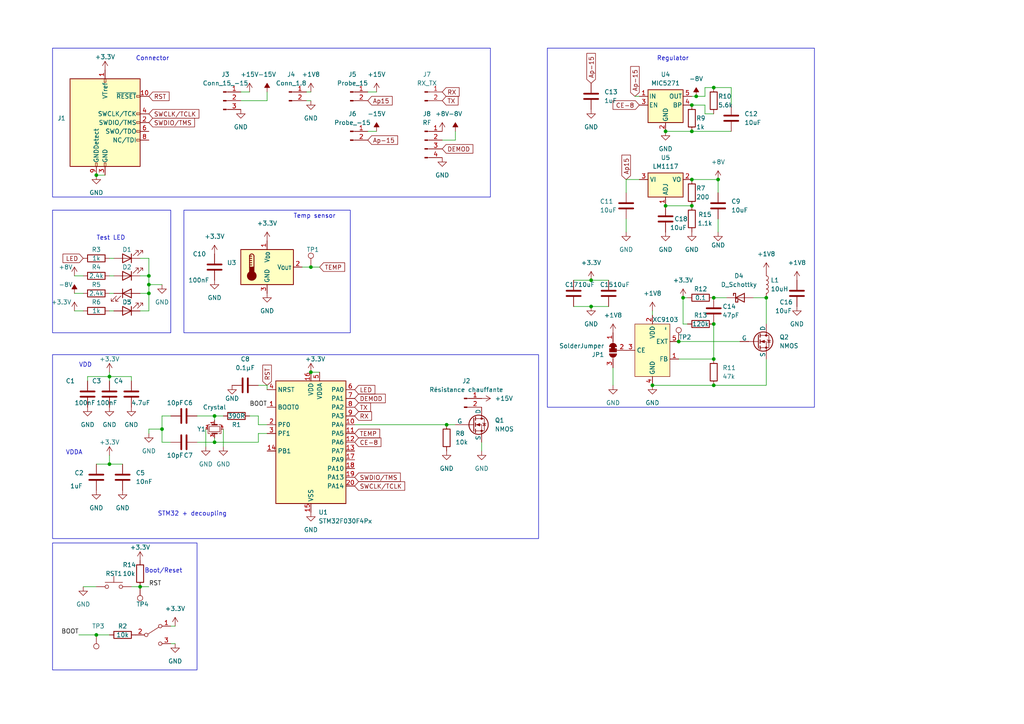
<source format=kicad_sch>
(kicad_sch (version 20230121) (generator eeschema)
  (paper "A4")
  (lib_symbols
    (symbol "Connector:Conn_01x02_Pin" (pin_names (offset 1.016) hide)
      (property "Reference" "J" (at 0 2.54 0))
      (property "Value" "Conn_01x02_Pin" (at 0 -5.08 0))
      (symbol "Conn_01x02_Pin_1_1"
        (pin passive line (at 5.08 0 180) (length 3.81) (name "Pin_1") (number "1"))
        (pin passive line (at 5.08 -2.54 180) (length 3.81) (name "Pin_2") (number "2"))
      )
    )
    (symbol "Connector:Conn_01x03_Pin" (pin_names (offset 1.016) hide)
      (property "Reference" "J" (at 0 5.08 0))
      (property "Value" "Conn_01x03_Pin" (at 0 -5.08 0))
      (symbol "Conn_01x03_Pin_1_1"
        (pin passive line (at 5.08 2.54 180) (length 3.81) (name "Pin_1") (number "1"))
        (pin passive line (at 5.08 0 180) (length 3.81) (name "Pin_2") (number "2"))
        (pin passive line (at 5.08 -2.54 180) (length 3.81) (name "Pin_3") (number "3"))
      )
    )
    (symbol "Connector:Conn_01x04_Pin" (pin_names (offset 1.016) hide)
      (property "Reference" "J" (at 0 5.08 0))
      (property "Value" "Conn_01x04_Pin" (at 0 -7.62 0))
      (symbol "Conn_01x04_Pin_1_1"
        (pin passive line (at 5.08 2.54 180) (length 3.81) (name "Pin_1") (number "1"))
        (pin passive line (at 5.08 0 180) (length 3.81) (name "Pin_2") (number "2"))
        (pin passive line (at 5.08 -2.54 180) (length 3.81) (name "Pin_3") (number "3"))
        (pin passive line (at 5.08 -5.08 180) (length 3.81) (name "Pin_4") (number "4"))
      )
    )
    (symbol "Connector:Conn_ARM_JTAG_SWD_10" (pin_names (offset 1.016))
      (property "Reference" "J" (at -2.54 16.51 0))
      (property "Value" "Conn_ARM_JTAG_SWD_10" (at -2.54 13.97 0))
      (symbol "Conn_ARM_JTAG_SWD_10_1_1"
        (pin power_in line (at 0 15.24 270) (length 2.54) (name "VTref") (number "1"))
        (pin open_collector line (at 12.7 7.62 180) (length 2.54) (name "~{RESET}") (number "10"))
        (pin bidirectional line (at 12.7 0 180) (length 2.54) (name "SWDIO/TMS") (number "2"))
        (pin power_in line (at 0 -15.24 90) (length 2.54) (name "GND") (number "3"))
        (pin output line (at 12.7 2.54 180) (length 2.54) (name "SWCLK/TCK") (number "4"))
        (pin passive line (at 0 -15.24 90) (length 2.54) hide (name "GND") (number "5"))
        (pin input line (at 12.7 -2.54 180) (length 2.54) (name "SWO/TDO") (number "6"))
        (pin no_connect line (at -10.16 0 0) (length 2.54) hide (name "KEY") (number "7"))
        (pin output line (at 12.7 -5.08 180) (length 2.54) (name "NC/TDI") (number "8"))
        (pin passive line (at -2.54 -15.24 90) (length 2.54) (name "GNDDetect") (number "9"))
      )
    )
    (symbol "Connector:TestPoint" (pin_numbers hide) (pin_names (offset 0.762) hide)
      (property "Reference" "TP" (at 0 6.858 0))
      (property "Value" "TestPoint" (at 0 5.08 0))
      (symbol "TestPoint_1_1"
        (pin passive line (at 0 0 90) (length 2.54) (name "1") (number "1"))
      )
    )
    (symbol "Device:C" (pin_numbers hide) (pin_names (offset 0.254))
      (property "Reference" "C" (at 0.635 2.54 0))
      (property "Value" "C" (at 0.635 -2.54 0))
      (symbol "C_1_1"
        (pin passive line (at 0 3.81 270) (length 2.794) (name "~") (number "1"))
        (pin passive line (at 0 -3.81 90) (length 2.794) (name "~") (number "2"))
      )
    )
    (symbol "Device:Crystal_GND24_Small" (pin_names (offset 1.016) hide)
      (property "Reference" "Y" (at 1.27 4.445 0))
      (property "Value" "Crystal_GND24_Small" (at 1.27 2.54 0))
      (symbol "Crystal_GND24_Small_1_1"
        (pin passive line (at -2.54 0 0) (length 1.27) (name "1") (number "1"))
        (pin passive line (at 0 -2.54 90) (length 0.635) (name "2") (number "2"))
        (pin passive line (at 2.54 0 180) (length 1.27) (name "3") (number "3"))
        (pin passive line (at 0 2.54 270) (length 0.635) (name "4") (number "4"))
      )
    )
    (symbol "Device:D_Schottky" (pin_numbers hide) (pin_names (offset 1.016) hide)
      (property "Reference" "D" (at 0 2.54 0))
      (property "Value" "D_Schottky" (at 0 -2.54 0))
      (symbol "D_Schottky_1_1"
        (pin passive line (at -3.81 0 0) (length 2.54) (name "K") (number "1"))
        (pin passive line (at 3.81 0 180) (length 2.54) (name "A") (number "2"))
      )
    )
    (symbol "Device:L" (pin_numbers hide) (pin_names (offset 1.016) hide)
      (property "Reference" "L" (at -1.27 0 90))
      (property "Value" "L" (at 1.905 0 90))
      (symbol "L_1_1"
        (pin passive line (at 0 3.81 270) (length 1.27) (name "1") (number "1"))
        (pin passive line (at 0 -3.81 90) (length 1.27) (name "2") (number "2"))
      )
    )
    (symbol "Device:LED" (pin_numbers hide) (pin_names (offset 1.016) hide)
      (property "Reference" "D" (at 0 2.54 0))
      (property "Value" "LED" (at 0 -2.54 0))
      (symbol "LED_1_1"
        (pin passive line (at -3.81 0 0) (length 2.54) (name "K") (number "1"))
        (pin passive line (at 3.81 0 180) (length 2.54) (name "A") (number "2"))
      )
    )
    (symbol "Device:R" (pin_numbers hide) (pin_names (offset 0))
      (property "Reference" "R" (at 2.032 0 90))
      (property "Value" "R" (at 0 0 90))
      (symbol "R_1_1"
        (pin passive line (at 0 3.81 270) (length 1.27) (name "~") (number "1"))
        (pin passive line (at 0 -3.81 90) (length 1.27) (name "~") (number "2"))
      )
    )
    (symbol "Jumper:SolderJumper_3_Bridged12" (pin_names (offset 0) hide)
      (property "Reference" "JP" (at -2.54 -2.54 0))
      (property "Value" "SolderJumper_3_Bridged12" (at 0 2.794 0))
      (symbol "SolderJumper_3_Bridged12_1_1"
        (pin passive line (at -5.08 0 0) (length 2.54) (name "A") (number "1"))
        (pin passive line (at 0 -3.81 90) (length 2.54) (name "C") (number "2"))
        (pin passive line (at 5.08 0 180) (length 2.54) (name "B") (number "3"))
      )
    )
    (symbol "MCU_ST_STM32F0:STM32F030F4Px"
      (property "Reference" "U" (at -10.16 19.05 0))
      (property "Value" "STM32F030F4Px" (at 5.08 19.05 0))
      (symbol "STM32F030F4Px_1_1"
        (pin input line (at -12.7 10.16 0) (length 2.54) (name "BOOT0") (number "1"))
        (pin bidirectional line (at 12.7 5.08 180) (length 2.54) (name "PA4") (number "10"))
        (pin bidirectional line (at 12.7 2.54 180) (length 2.54) (name "PA5") (number "11"))
        (pin bidirectional line (at 12.7 0 180) (length 2.54) (name "PA6") (number "12"))
        (pin bidirectional line (at 12.7 -2.54 180) (length 2.54) (name "PA7") (number "13"))
        (pin bidirectional line (at -12.7 -2.54 0) (length 2.54) (name "PB1") (number "14"))
        (pin power_in line (at 0 -20.32 90) (length 2.54) (name "VSS") (number "15"))
        (pin power_in line (at 0 20.32 270) (length 2.54) (name "VDD") (number "16"))
        (pin bidirectional line (at 12.7 -5.08 180) (length 2.54) (name "PA9") (number "17"))
        (pin bidirectional line (at 12.7 -7.62 180) (length 2.54) (name "PA10") (number "18"))
        (pin bidirectional line (at 12.7 -10.16 180) (length 2.54) (name "PA13") (number "19"))
        (pin bidirectional line (at -12.7 5.08 0) (length 2.54) (name "PF0") (number "2"))
        (pin bidirectional line (at 12.7 -12.7 180) (length 2.54) (name "PA14") (number "20"))
        (pin bidirectional line (at -12.7 2.54 0) (length 2.54) (name "PF1") (number "3"))
        (pin input line (at -12.7 15.24 0) (length 2.54) (name "NRST") (number "4"))
        (pin power_in line (at 2.54 20.32 270) (length 2.54) (name "VDDA") (number "5"))
        (pin bidirectional line (at 12.7 15.24 180) (length 2.54) (name "PA0") (number "6"))
        (pin bidirectional line (at 12.7 12.7 180) (length 2.54) (name "PA1") (number "7"))
        (pin bidirectional line (at 12.7 10.16 180) (length 2.54) (name "PA2") (number "8"))
        (pin bidirectional line (at 12.7 7.62 180) (length 2.54) (name "PA3") (number "9"))
      )
    )
    (symbol "Regulator_Linear:LM1117MP-ADJ"
      (property "Reference" "U" (at -3.81 3.175 0))
      (property "Value" "LM1117MP-ADJ" (at 0 3.175 0))
      (symbol "LM1117MP-ADJ_1_1"
        (pin input line (at 0 -7.62 90) (length 2.54) (name "ADJ") (number "1"))
        (pin power_out line (at 7.62 0 180) (length 2.54) (name "VO") (number "2"))
        (pin power_in line (at -7.62 0 0) (length 2.54) (name "VI") (number "3"))
      )
    )
    (symbol "Regulator_Linear:MIC5205-2.5YM5" (pin_names (offset 0.254))
      (property "Reference" "U" (at -3.81 5.715 0))
      (property "Value" "MIC5205-2.5YM5" (at 0 5.715 0))
      (symbol "MIC5205-2.5YM5_1_1"
        (pin power_in line (at -7.62 2.54 0) (length 2.54) (name "IN") (number "1"))
        (pin power_in line (at 0 -7.62 90) (length 2.54) (name "GND") (number "2"))
        (pin input line (at -7.62 0 0) (length 2.54) (name "EN") (number "3"))
        (pin input line (at 7.62 0 180) (length 2.54) (name "BP") (number "4"))
        (pin power_out line (at 7.62 2.54 180) (length 2.54) (name "OUT") (number "5"))
      )
    )
    (symbol "Sensor_Temperature:MCP9700Ax-ETT"
      (property "Reference" "U" (at -6.35 6.35 0))
      (property "Value" "MCP9700Ax-ETT" (at 1.27 6.35 0))
      (symbol "MCP9700Ax-ETT_1_1"
        (pin power_in line (at 0 7.62 270) (length 2.54) (name "V_{DD}") (number "1"))
        (pin output line (at 10.16 0 180) (length 2.54) (name "V_{OUT}") (number "2"))
        (pin power_in line (at 0 -7.62 90) (length 2.54) (name "GND") (number "3"))
      )
    )
    (symbol "Simulation_SPICE:NMOS" (pin_numbers hide) (pin_names (offset 0))
      (property "Reference" "Q" (at 5.08 1.27 0))
      (property "Value" "NMOS" (at 5.08 -1.27 0))
      (symbol "NMOS_1_1"
        (pin passive line (at 2.54 5.08 270) (length 2.54) (name "D") (number "1"))
        (pin input line (at -5.08 0 0) (length 2.54) (name "G") (number "2"))
        (pin passive line (at 2.54 -5.08 90) (length 2.54) (name "S") (number "3"))
      )
    )
    (symbol "Switch:SW_DPDT_x2" (pin_names (offset 0) hide)
      (property "Reference" "SW" (at 0 4.318 0))
      (property "Value" "SW_DPDT_x2" (at 0 -5.08 0))
      (symbol "SW_DPDT_x2_1_1"
        (pin passive line (at 5.08 2.54 180) (length 2.54) (name "A") (number "1"))
        (pin passive line (at -5.08 0 0) (length 2.54) (name "B") (number "2"))
        (pin passive line (at 5.08 -2.54 180) (length 2.54) (name "C") (number "3"))
      )
      (symbol "SW_DPDT_x2_2_1"
        (pin passive line (at 5.08 2.54 180) (length 2.54) (name "A") (number "4"))
        (pin passive line (at -5.08 0 0) (length 2.54) (name "B") (number "5"))
        (pin passive line (at 5.08 -2.54 180) (length 2.54) (name "C") (number "6"))
      )
    )
    (symbol "Switch:SW_Push" (pin_numbers hide) (pin_names (offset 1.016) hide)
      (property "Reference" "SW" (at 1.27 2.54 0))
      (property "Value" "SW_Push" (at 0 -1.524 0))
      (symbol "SW_Push_0_1"
        (pin passive line (at -5.08 0 0) (length 2.54) (name "1") (number "1"))
        (pin passive line (at 5.08 0 180) (length 2.54) (name "2") (number "2"))
      )
    )
    (symbol "aase:XC9103"
      (property "Reference" "XC1" (at -13.97 -6.35 0))
      (property "Value" "~" (at -8.89 -8.89 90))
      (symbol "XC9103_1_1"
        (pin unspecified line (at -5.08 -17.78 180) (length 2.54) (name "FB") (number "1"))
        (pin power_in line (at -12.7 -5.08 270) (length 2.54) (name "VDD") (number "2"))
        (pin input line (at -20.32 -15.24 0) (length 2.54) (name "CE") (number "3"))
        (pin power_out line (at -12.7 -25.4 90) (length 2.54) (name "GND") (number "4"))
        (pin output line (at -5.08 -12.7 180) (length 2.54) (name "EXT") (number "5"))
      )
    )
    (symbol "power:+15V" (power) (pin_names (offset 0))
      (property "Value" "+15V" (at 0 3.556 0))
      (symbol "+15V_1_1"
        (pin power_in line (at 0 0 90) (length 0) hide (name "+15V") (number "1"))
      )
    )
    (symbol "power:+1V8" (power) (pin_names (offset 0))
      (property "Value" "+1V8" (at 0 3.556 0))
      (symbol "+1V8_1_1"
        (pin power_in line (at 0 0 90) (length 0) hide (name "+1V8") (number "1"))
      )
    )
    (symbol "power:+3.3V" (power) (pin_names (offset 0))
      (property "Value" "+3.3V" (at 0 3.556 0))
      (symbol "+3.3V_1_1"
        (pin power_in line (at 0 0 90) (length 0) hide (name "+3.3V") (number "1"))
      )
    )
    (symbol "power:+8V" (power) (pin_names (offset 0))
      (property "Value" "+8V" (at 0 3.556 0))
      (symbol "+8V_1_1"
        (pin power_in line (at 0 0 90) (length 0) hide (name "+8V") (number "1"))
      )
    )
    (symbol "power:-15V" (power) (pin_names (offset 0))
      (property "Value" "-15V" (at 0 3.81 0))
      (symbol "-15V_0_0"
        (pin power_in line (at 0 0 90) (length 0) hide (name "-15V") (number "1"))
      )
    )
    (symbol "power:-8V" (power) (pin_names (offset 0))
      (property "Value" "-8V" (at 0 3.81 0))
      (symbol "-8V_0_0"
        (pin power_in line (at 0 0 90) (length 0) hide (name "-8V") (number "1"))
      )
    )
    (symbol "power:GND" (power) (pin_names (offset 0))
      (property "Value" "GND" (at 0 -3.81 0))
      (symbol "GND_1_1"
        (pin power_in line (at 0 0 270) (length 0) hide (name "GND") (number "1"))
      )
    )
  )
  (junction (at 222.25 86.36))
  (junction (at 171.45 88.9))
  (junction (at 200.66 38.1))
  (junction (at 196.85 99.06))
  (junction (at 193.04 59.69))
  (junction (at 40.64 170.18))
  (junction (at 90.17 77.47))
  (junction (at 43.18 85.09))
  (junction (at 201.93 27.94))
  (junction (at 31.75 109.22))
  (junction (at 43.18 82.55))
  (junction (at 208.28 52.07))
  (junction (at 193.04 38.1))
  (junction (at 129.54 123.19))
  (junction (at 31.75 134.62))
  (junction (at 207.01 111.76))
  (junction (at 200.66 30.48))
  (junction (at 62.23 128.27))
  (junction (at 90.17 107.95))
  (junction (at 200.66 52.07))
  (junction (at 200.66 59.69))
  (junction (at 62.23 120.65))
  (junction (at 27.94 50.8))
  (junction (at 171.45 81.28))
  (junction (at 207.01 93.98))
  (junction (at 207.01 104.14))
  (junction (at 198.12 86.36))
  (junction (at 27.94 184.15))
  (junction (at 189.23 111.76))
  (junction (at 43.18 80.01))
  (junction (at 207.01 86.36))
  (junction (at 46.99 124.46))
  (junction (at 207.01 25.4))
  (wire (pts (xy 196.85 99.06) (xy 214.63 99.06)))
  (wire (pts (xy 40.64 74.93) (xy 43.18 74.93)))
  (wire (pts (xy 62.23 120.65) (xy 64.77 120.65)))
  (wire (pts (xy 102.87 123.19) (xy 129.54 123.19)))
  (wire (pts (xy 72.39 120.65) (xy 74.93 120.65)))
  (wire (pts (xy 90.17 77.47) (xy 92.71 77.47)))
  (wire (pts (xy 129.54 123.19) (xy 132.08 123.19)))
  (wire (pts (xy 31.75 90.17) (xy 33.02 90.17)))
  (wire (pts (xy 207.01 111.76) (xy 222.25 111.76)))
  (wire (pts (xy 64.77 124.46) (xy 64.77 129.54)))
  (wire (pts (xy 212.09 38.1) (xy 200.66 38.1)))
  (wire (pts (xy 43.18 82.55) (xy 46.99 82.55)))
  (wire (pts (xy 87.63 77.47) (xy 90.17 77.47)))
  (wire (pts (xy 171.45 81.28) (xy 176.53 81.28)))
  (wire (pts (xy 106.68 26.67) (xy 109.22 26.67)))
  (wire (pts (xy 181.61 52.07) (xy 185.42 52.07)))
  (wire (pts (xy 204.47 33.02) (xy 204.47 30.48)))
  (wire (pts (xy 198.12 93.98) (xy 199.39 93.98)))
  (wire (pts (xy 35.56 134.62) (xy 31.75 134.62)))
  (wire (pts (xy 132.08 40.64) (xy 132.08 38.1)))
  (wire (pts (xy 77.47 29.21) (xy 77.47 26.67)))
  (wire (pts (xy 62.23 128.27) (xy 74.93 128.27)))
  (wire (pts (xy 43.18 74.93) (xy 43.18 80.01)))
  (wire (pts (xy 208.28 52.07) (xy 200.66 52.07)))
  (wire (pts (xy 204.47 25.4) (xy 207.01 25.4)))
  (wire (pts (xy 25.4 110.49) (xy 25.4 109.22)))
  (wire (pts (xy 207.01 93.98) (xy 207.01 104.14)))
  (wire (pts (xy 74.93 111.76) (xy 77.47 111.76)))
  (wire (pts (xy 181.61 55.88) (xy 181.61 52.07)))
  (wire (pts (xy 31.75 74.93) (xy 33.02 74.93)))
  (wire (pts (xy 38.1 170.18) (xy 40.64 170.18)))
  (wire (pts (xy 27.94 50.8) (xy 30.48 50.8)))
  (wire (pts (xy 22.86 184.15) (xy 27.94 184.15)))
  (wire (pts (xy 207.01 86.36) (xy 210.82 86.36)))
  (wire (pts (xy 166.37 81.28) (xy 171.45 81.28)))
  (wire (pts (xy 218.44 86.36) (xy 222.25 86.36)))
  (wire (pts (xy 74.93 123.19) (xy 77.47 123.19)))
  (wire (pts (xy 74.93 120.65) (xy 74.93 123.19)))
  (wire (pts (xy 128.27 40.64) (xy 132.08 40.64)))
  (wire (pts (xy 21.59 80.01) (xy 24.13 80.01)))
  (wire (pts (xy 46.99 124.46) (xy 43.18 124.46)))
  (wire (pts (xy 24.13 170.18) (xy 27.94 170.18)))
  (wire (pts (xy 193.04 59.69) (xy 200.66 59.69)))
  (wire (pts (xy 69.85 29.21) (xy 77.47 29.21)))
  (wire (pts (xy 74.93 125.73) (xy 77.47 125.73)))
  (wire (pts (xy 43.18 124.46) (xy 43.18 125.73)))
  (wire (pts (xy 59.69 124.46) (xy 59.69 129.54)))
  (wire (pts (xy 46.99 120.65) (xy 49.53 120.65)))
  (wire (pts (xy 177.8 111.76) (xy 177.8 106.68)))
  (wire (pts (xy 208.28 55.88) (xy 208.28 52.07)))
  (wire (pts (xy 43.18 90.17) (xy 43.18 85.09)))
  (wire (pts (xy 204.47 33.02) (xy 207.01 33.02)))
  (wire (pts (xy 62.23 128.27) (xy 57.15 128.27)))
  (wire (pts (xy 31.75 80.01) (xy 33.02 80.01)))
  (wire (pts (xy 40.64 170.18) (xy 43.18 170.18)))
  (wire (pts (xy 31.75 132.08) (xy 31.75 134.62)))
  (wire (pts (xy 38.1 110.49) (xy 38.1 109.22)))
  (wire (pts (xy 189.23 111.76) (xy 207.01 111.76)))
  (wire (pts (xy 193.04 38.1) (xy 200.66 38.1)))
  (wire (pts (xy 40.64 80.01) (xy 43.18 80.01)))
  (wire (pts (xy 198.12 86.36) (xy 198.12 93.98)))
  (wire (pts (xy 31.75 85.09) (xy 33.02 85.09)))
  (wire (pts (xy 181.61 67.31) (xy 181.61 63.5)))
  (wire (pts (xy 43.18 82.55) (xy 43.18 80.01)))
  (wire (pts (xy 31.75 134.62) (xy 27.94 134.62)))
  (wire (pts (xy 31.75 109.22) (xy 31.75 110.49)))
  (wire (pts (xy 171.45 88.9) (xy 176.53 88.9)))
  (wire (pts (xy 69.85 26.67) (xy 72.39 26.67)))
  (wire (pts (xy 21.59 85.09) (xy 24.13 85.09)))
  (wire (pts (xy 38.1 109.22) (xy 31.75 109.22)))
  (wire (pts (xy 25.4 109.22) (xy 31.75 109.22)))
  (wire (pts (xy 31.75 107.95) (xy 31.75 109.22)))
  (wire (pts (xy 74.93 125.73) (xy 74.93 128.27)))
  (wire (pts (xy 27.94 184.15) (xy 31.75 184.15)))
  (wire (pts (xy 88.9 26.67) (xy 90.17 26.67)))
  (wire (pts (xy 21.59 90.17) (xy 24.13 90.17)))
  (wire (pts (xy 46.99 124.46) (xy 46.99 128.27)))
  (wire (pts (xy 207.01 104.14) (xy 196.85 104.14)))
  (wire (pts (xy 189.23 90.17) (xy 189.23 91.44)))
  (wire (pts (xy 62.23 120.65) (xy 62.23 121.92)))
  (wire (pts (xy 43.18 82.55) (xy 43.18 85.09)))
  (wire (pts (xy 166.37 88.9) (xy 171.45 88.9)))
  (wire (pts (xy 204.47 30.48) (xy 200.66 30.48)))
  (wire (pts (xy 90.17 107.95) (xy 92.71 107.95)))
  (wire (pts (xy 62.23 120.65) (xy 57.15 120.65)))
  (wire (pts (xy 49.53 181.61) (xy 50.8 181.61)))
  (wire (pts (xy 207.01 25.4) (xy 212.09 25.4)))
  (wire (pts (xy 204.47 27.94) (xy 201.93 27.94)))
  (wire (pts (xy 50.8 186.69) (xy 49.53 186.69)))
  (wire (pts (xy 40.64 90.17) (xy 43.18 90.17)))
  (wire (pts (xy 184.15 27.94) (xy 185.42 27.94)))
  (wire (pts (xy 46.99 120.65) (xy 46.99 124.46)))
  (wire (pts (xy 204.47 25.4) (xy 204.47 27.94)))
  (wire (pts (xy 222.25 104.14) (xy 222.25 111.76)))
  (wire (pts (xy 62.23 127) (xy 62.23 128.27)))
  (wire (pts (xy 106.68 38.1) (xy 109.22 38.1)))
  (wire (pts (xy 222.25 86.36) (xy 222.25 93.98)))
  (wire (pts (xy 201.93 27.94) (xy 200.66 27.94)))
  (wire (pts (xy 139.7 130.81) (xy 139.7 128.27)))
  (wire (pts (xy 212.09 25.4) (xy 212.09 30.48)))
  (wire (pts (xy 208.28 67.31) (xy 208.28 63.5)))
  (wire (pts (xy 77.47 111.76) (xy 77.47 113.03)))
  (wire (pts (xy 40.64 85.09) (xy 43.18 85.09)))
  (wire (pts (xy 88.9 29.21) (xy 90.17 29.21)))
  (wire (pts (xy 49.53 128.27) (xy 46.99 128.27)))
  (wire (pts (xy 198.12 86.36) (xy 199.39 86.36)))
  (rectangle (start 15.24 157.48) (end 57.15 194.31))
  (rectangle (start 15.24 13.97) (end 142.24 57.15))
  (rectangle (start 15.24 102.87) (end 156.21 156.21))
  (rectangle (start 53.34 60.96) (end 101.6 96.52))
  (rectangle (start 158.75 13.97) (end 236.22 118.11))
  (rectangle (start 15.24 60.96) (end 49.53 96.52))
  (text "Connector\n" (at 39.37 17.78 0) (effects (font (size 1.27 1.27)) (justify left bottom)))
  (text "Regulator" (at 190.5 17.78 0) (effects (font (size 1.27 1.27)) (justify left bottom)))
  (text "STM32 + decoupling \n" (at 45.72 149.86 0) (effects (font (size 1.27 1.27)) (justify left bottom)))
  (text "Test LED\n" (at 27.94 69.85 0) (effects (font (size 1.27 1.27)) (justify left bottom)))
  (text "Temp sensor\n" (at 85.09 63.5 0) (effects (font (size 1.27 1.27)) (justify left bottom)))
  (text "VDD\n" (at 22.86 106.68 0) (effects (font (size 1.27 1.27)) (justify left bottom)))
  (text "VDDA" (at 19.05 132.08 0) (effects (font (size 1.27 1.27)) (justify left bottom)))
  (text "Boot/Reset\n" (at 41.91 166.37 0) (effects (font (size 1.27 1.27)) (justify left bottom)))
  (label "RST" (at 43.18 170.18 0))
  (label "BOOT" (at 22.86 184.15 180))
  (label "BOOT" (at 77.47 118.11 180))
  (global_label "TX" (shape input) (at 102.87 118.11 0) (property "Intersheetrefs" "${INTERSHEET_REFS}" (effects hide)))
  (global_label "CE-8" (shape input) (at 102.87 128.27 0) (property "Intersheetrefs" "${INTERSHEET_REFS}" (effects hide)))
  (global_label "RX" (shape input) (at 128.27 26.67 0) (property "Intersheetrefs" "${INTERSHEET_REFS}" (effects hide)))
  (global_label "DEMOD" (shape input) (at 102.87 115.57 0) (property "Intersheetrefs" "${INTERSHEET_REFS}" (effects hide)))
  (global_label "TEMP" (shape input) (at 102.87 125.73 0) (property "Intersheetrefs" "${INTERSHEET_REFS}" (effects hide)))
  (global_label "LED" (shape input) (at 24.13 74.93 180) (property "Intersheetrefs" "${INTERSHEET_REFS}" (effects hide)))
  (global_label "Ap-15" (shape input) (at 184.15 27.94 90) (property "Intersheetrefs" "${INTERSHEET_REFS}" (effects hide)))
  (global_label "TX" (shape input) (at 128.27 29.21 0) (property "Intersheetrefs" "${INTERSHEET_REFS}" (effects hide)))
  (global_label "Ap15" (shape input) (at 181.61 52.07 90) (property "Intersheetrefs" "${INTERSHEET_REFS}" (effects hide)))
  (global_label "SWCLK{slash}TCLK" (shape input) (at 43.18 33.02 0) (property "Intersheetrefs" "${INTERSHEET_REFS}" (effects hide)))
  (global_label "SWCLK{slash}TCLK" (shape input) (at 102.87 140.97 0) (property "Intersheetrefs" "${INTERSHEET_REFS}" (effects hide)))
  (global_label "LED" (shape input) (at 102.87 113.03 0) (property "Intersheetrefs" "${INTERSHEET_REFS}" (effects hide)))
  (global_label "CE-8" (shape input) (at 185.42 30.48 180) (property "Intersheetrefs" "${INTERSHEET_REFS}" (effects hide)))
  (global_label "SWDIO{slash}TMS" (shape input) (at 43.18 35.56 0) (property "Intersheetrefs" "${INTERSHEET_REFS}" (effects hide)))
  (global_label "RST" (shape input) (at 77.47 111.76 90) (property "Intersheetrefs" "${INTERSHEET_REFS}" (effects hide)))
  (global_label "Ap15" (shape input) (at 106.68 29.21 0) (property "Intersheetrefs" "${INTERSHEET_REFS}" (effects hide)))
  (global_label "DEMOD" (shape input) (at 128.27 43.18 0) (property "Intersheetrefs" "${INTERSHEET_REFS}" (effects hide)))
  (global_label "Ap-15" (shape input) (at 106.68 40.64 0) (property "Intersheetrefs" "${INTERSHEET_REFS}" (effects hide)))
  (global_label "Ap-15" (shape input) (at 171.45 24.13 90) (property "Intersheetrefs" "${INTERSHEET_REFS}" (effects hide)))
  (global_label "SWDIO{slash}TMS" (shape input) (at 102.87 138.43 0) (property "Intersheetrefs" "${INTERSHEET_REFS}" (effects hide)))
  (global_label "TEMP" (shape input) (at 92.71 77.47 0) (property "Intersheetrefs" "${INTERSHEET_REFS}" (effects hide)))
  (global_label "RX" (shape input) (at 102.87 120.65 0) (property "Intersheetrefs" "${INTERSHEET_REFS}" (effects hide)))
  (global_label "RST" (shape input) (at 43.18 27.94 0) (property "Intersheetrefs" "${INTERSHEET_REFS}" (effects hide)))
  (symbol (lib_id "Device:LED") (at 36.83 80.01 180) (unit 1)
    (property "Reference" "D2" (at 36.83 77.47 0))
    (property "Value" "LED" (effects hide))
    (property "Footprint" "Diode_SMD:D_0603_1608Metric_Pad1.05x0.95mm_HandSolder" (effects hide))
  )
  (symbol (lib_id "power:+15V") (at 72.39 26.67 0) (unit 1)
    (property "Reference" "#PWR041" (effects hide))
    (property "Value" "+15V" (at 72.39 21.59 0))
  )
  (symbol (lib_id "power:+8V") (at 208.28 52.07 0) (unit 1)
    (property "Reference" "#PWR054" (effects hide))
    (property "Value" "+8V" (at 208.28 46.99 0))
  )
  (symbol (lib_id "power:+3.3V") (at 77.47 69.85 0) (unit 1)
    (property "Reference" "#PWR028" (effects hide))
    (property "Value" "+3.3V" (at 77.47 64.77 0))
  )
  (symbol (lib_id "Device:C") (at 38.1 114.3 0) (unit 1)
    (property "Reference" "C4" (at 33.02 110.49 0) (effects (justify left)))
    (property "Value" "4.7uF" (at 38.1 116.84 0) (effects (justify left)))
    (property "Footprint" "Capacitor_SMD:C_0603_1608Metric_Pad1.08x0.95mm_HandSolder" (effects hide))
  )
  (symbol (lib_id "Device:C") (at 27.94 138.43 0) (unit 1)
    (property "Reference" "C2" (at 21.59 137.16 0) (effects (justify left)))
    (property "Value" "1uF" (at 20.32 140.97 0) (effects (justify left)))
    (property "Footprint" "Capacitor_SMD:C_0603_1608Metric_Pad1.08x0.95mm_HandSolder" (effects hide))
  )
  (symbol (lib_id "Switch:SW_DPDT_x2") (at 44.45 184.15 0) (unit 1)
    (property "Reference" "SW1" (effects hide))
    (property "Value" "SW_DPDT_x2" (effects hide))
    (property "Footprint" "Connector_PinHeader_2.54mm:PinHeader_1x03_P2.54mm_Vertical" (effects hide))
  )
  (symbol (lib_id "Device:LED") (at 36.83 74.93 180) (unit 1)
    (property "Reference" "D1" (at 36.83 72.39 0))
    (property "Value" "LED" (effects hide))
    (property "Footprint" "Diode_SMD:D_0603_1608Metric_Pad1.05x0.95mm_HandSolder" (effects hide))
  )
  (symbol (lib_id "power:+3.3V") (at 31.75 107.95 0) (unit 1)
    (property "Reference" "#PWR06" (effects hide))
    (property "Value" "+3.3V" (at 31.75 104.14 0))
  )
  (symbol (lib_id "Device:C") (at 53.34 120.65 270) (mirror x) (unit 1)
    (property "Reference" "C6" (at 54.61 116.84 90))
    (property "Value" "10pF" (at 50.8 116.84 90))
    (property "Footprint" "Capacitor_SMD:C_0603_1608Metric_Pad1.08x0.95mm_HandSolder" (effects hide))
  )
  (symbol (lib_id "Device:LED") (at 36.83 85.09 0) (unit 1)
    (property "Reference" "D3" (at 36.83 87.63 0))
    (property "Value" "LED" (effects hide))
    (property "Footprint" "Diode_SMD:D_0603_1608Metric_Pad1.05x0.95mm_HandSolder" (effects hide))
  )
  (symbol (lib_id "Device:R") (at 27.94 74.93 90) (unit 1)
    (property "Reference" "R3" (at 27.94 72.39 90))
    (property "Value" "1k" (at 27.94 74.93 90))
    (property "Footprint" "Resistor_SMD:R_0603_1608Metric_Pad0.98x0.95mm_HandSolder" (effects hide))
  )
  (symbol (lib_id "power:+1V8") (at 189.23 90.17 0) (unit 1)
    (property "Reference" "#PWR015" (effects hide))
    (property "Value" "+1V8" (at 189.23 85.09 0))
  )
  (symbol (lib_id "aase:XC9103") (at 201.93 86.36 0) (unit 1)
    (property "Reference" "XC9103" (at 189.23 92.71 0) (effects (justify left)))
    (property "Value" "~" (at 193.04 95.25 90))
    (property "Footprint" "footprints:SOT25" (effects hide))
  )
  (symbol (lib_id "power:GND") (at 38.1 118.11 0) (unit 1)
    (property "Reference" "#PWR09" (effects hide))
    (property "Value" "GND" (at 38.1 123.19 0))
  )
  (symbol (lib_id "Connector:Conn_01x02_Pin") (at 101.6 26.67 0) (unit 1)
    (property "Reference" "J5" (at 102.235 21.59 0))
    (property "Value" "Probe_15" (at 102.235 24.13 0))
    (property "Footprint" "Connector_PinSocket_2.54mm:PinSocket_1x02_P2.54mm_Vertical" (effects hide))
  )
  (symbol (lib_id "power:GND") (at 35.56 142.24 0) (unit 1)
    (property "Reference" "#PWR010" (effects hide))
    (property "Value" "GND" (at 35.56 147.32 0))
  )
  (symbol (lib_id "power:+1V8") (at 177.8 96.52 0) (unit 1)
    (property "Reference" "#PWR056" (effects hide))
    (property "Value" "+1V8" (at 177.8 91.44 0))
  )
  (symbol (lib_id "Device:D_Schottky") (at 214.63 86.36 0) (unit 1)
    (property "Reference" "D4" (at 214.3125 80.01 0))
    (property "Value" "D_Schottky" (at 214.3125 82.55 0))
    (property "Footprint" "footprints:DO-214AC" (effects hide))
  )
  (symbol (lib_id "power:GND") (at 77.47 85.09 0) (unit 1)
    (property "Reference" "#PWR029" (effects hide))
    (property "Value" "GND" (at 77.47 90.17 0))
  )
  (symbol (lib_id "Device:C") (at 208.28 59.69 0) (unit 1)
    (property "Reference" "C9" (at 212.09 58.42 0) (effects (justify left)))
    (property "Value" "10uF" (at 212.09 60.96 0) (effects (justify left)))
    (property "Footprint" "Capacitor_SMD:C_0603_1608Metric_Pad1.08x0.95mm_HandSolder" (effects hide))
  )
  (symbol (lib_id "Device:R") (at 35.56 184.15 90) (unit 1)
    (property "Reference" "R2" (at 35.56 181.61 90))
    (property "Value" "10k" (at 35.56 184.15 90))
    (property "Footprint" "Resistor_SMD:R_0603_1608Metric_Pad0.98x0.95mm_HandSolder" (effects hide))
  )
  (symbol (lib_id "Switch:SW_Push") (at 33.02 170.18 0) (unit 1)
    (property "Reference" "RST1" (at 33.02 166.37 0))
    (property "Value" "SW_Push" (effects hide))
    (property "Footprint" "Button_Switch_SMD:SW_SPST_SKQG_WithStem" (effects hide))
  )
  (symbol (lib_id "Sensor_Temperature:MCP9700Ax-ETT") (at 77.47 77.47 0) (unit 1)
    (property "Reference" "U3" (at 68.58 76.2 0) (effects (justify right)))
    (property "Value" "MCP9700Ax-ETT" (effects hide))
    (property "Footprint" "Package_TO_SOT_SMD:SOT-23" (effects hide))
    (property "Datasheet" "http://ww1.microchip.com/downloads/en/devicedoc/20001942g.pdf" (effects hide))
  )
  (symbol (lib_id "Connector:TestPoint") (at 196.85 99.06 0) (unit 1)
    (property "Reference" "TP2" (at 196.85 97.79 0) (effects (justify left)))
    (property "Value" "TestPoint" (effects hide))
    (property "Footprint" "TestPoint:TestPoint_Pad_D1.5mm" (effects hide))
  )
  (symbol (lib_id "power:GND") (at 50.8 186.69 0) (unit 1)
    (property "Reference" "#PWR018" (effects hide))
    (property "Value" "GND" (at 50.8 191.77 0))
  )
  (symbol (lib_id "power:+3.3V") (at 90.17 107.95 0) (unit 1)
    (property "Reference" "#PWR013" (effects hide))
    (property "Value" "+3.3V" (at 91.44 104.14 0))
  )
  (symbol (lib_id "Device:C") (at 231.14 85.09 0) (unit 1)
    (property "Reference" "C16" (at 226.06 87.63 0) (effects (justify left)))
    (property "Value" "10uF" (at 224.79 90.17 0) (effects (justify left)))
    (property "Footprint" "Capacitor_SMD:C_0603_1608Metric_Pad1.08x0.95mm_HandSolder" (effects hide))
  )
  (symbol (lib_id "power:GND") (at 43.18 125.73 0) (mirror y) (unit 1)
    (property "Reference" "#PWR011" (effects hide))
    (property "Value" "GND" (at 43.18 130.81 0))
  )
  (symbol (lib_id "power:+15V") (at 109.22 26.67 0) (unit 1)
    (property "Reference" "#PWR044" (effects hide))
    (property "Value" "+15V" (at 109.22 21.59 0))
  )
  (symbol (lib_id "Device:C") (at 31.75 114.3 0) (unit 1)
    (property "Reference" "C3" (at 26.67 110.49 0) (effects (justify left)))
    (property "Value" "100nF" (at 27.94 116.84 0) (effects (justify left)))
    (property "Footprint" "Capacitor_SMD:C_0603_1608Metric_Pad1.08x0.95mm_HandSolder" (effects hide))
  )
  (symbol (lib_id "Connector:TestPoint") (at 27.94 184.15 180) (unit 1)
    (property "Reference" "TP3" (at 26.67 181.61 0) (effects (justify right)))
    (property "Value" "TestPoint" (effects hide))
    (property "Footprint" "TestPoint:TestPoint_Pad_D1.5mm" (effects hide))
  )
  (symbol (lib_id "Device:C") (at 53.34 128.27 270) (mirror x) (unit 1)
    (property "Reference" "C7" (at 54.61 132.08 90))
    (property "Value" "10pF" (at 50.8 132.08 90))
    (property "Footprint" "Capacitor_SMD:C_0603_1608Metric_Pad1.08x0.95mm_HandSolder" (effects hide))
  )
  (symbol (lib_id "Device:C") (at 212.09 34.29 0) (unit 1)
    (property "Reference" "C12" (at 215.9 33.02 0) (effects (justify left)))
    (property "Value" "10uF" (at 215.9 35.56 0) (effects (justify left)))
    (property "Footprint" "Capacitor_SMD:C_0603_1608Metric_Pad1.08x0.95mm_HandSolder" (effects hide))
  )
  (symbol (lib_id "Device:C") (at 166.37 85.09 0) (unit 1)
    (property "Reference" "C17" (at 163.83 82.55 0) (effects (justify left)))
    (property "Value" "10uF" (at 167.64 82.55 0) (effects (justify left)))
    (property "Footprint" "Capacitor_SMD:C_0603_1608Metric_Pad1.08x0.95mm_HandSolder" (effects hide))
  )
  (symbol (lib_id "Device:R") (at 27.94 85.09 90) (unit 1)
    (property "Reference" "R5" (at 27.94 82.55 90))
    (property "Value" "2.4k" (at 27.94 85.09 90))
    (property "Footprint" "Resistor_SMD:R_0603_1608Metric_Pad0.98x0.95mm_HandSolder" (effects hide))
  )
  (symbol (lib_id "Device:C") (at 207.01 90.17 0) (unit 1)
    (property "Reference" "C14" (at 209.55 88.9 0) (effects (justify left)))
    (property "Value" "47pF" (at 209.55 91.44 0) (effects (justify left)))
    (property "Footprint" "Capacitor_SMD:C_0603_1608Metric_Pad1.08x0.95mm_HandSolder" (effects hide))
  )
  (symbol (lib_id "Device:LED") (at 36.83 90.17 180) (unit 1)
    (property "Reference" "D5" (at 36.83 87.63 0))
    (property "Value" "LED" (effects hide))
    (property "Footprint" "Diode_SMD:D_0603_1608Metric_Pad1.05x0.95mm_HandSolder" (effects hide))
  )
  (symbol (lib_id "power:GND") (at 177.8 111.76 0) (unit 1)
    (property "Reference" "#PWR055" (effects hide))
    (property "Value" "GND" (at 177.8 116.84 0))
  )
  (symbol (lib_id "Connector:TestPoint") (at 40.64 170.18 180) (unit 1)
    (property "Reference" "TP4" (at 43.18 175.26 0) (effects (justify left)))
    (property "Value" "TestPoint" (effects hide))
    (property "Footprint" "TestPoint:TestPoint_Pad_D1.5mm" (effects hide))
  )
  (symbol (lib_id "power:+3.3V") (at 171.45 81.28 0) (unit 1)
    (property "Reference" "#PWR037" (effects hide))
    (property "Value" "+3.3V" (at 171.45 76.2 0))
  )
  (symbol (lib_id "Device:R") (at 200.66 55.88 180) (unit 1)
    (property "Reference" "R7" (at 201.93 54.61 0) (effects (justify right)))
    (property "Value" "200" (at 201.93 57.15 0) (effects (justify right)))
    (property "Footprint" "Resistor_SMD:R_0603_1608Metric_Pad0.98x0.95mm_HandSolder" (effects hide))
  )
  (symbol (lib_id "power:GND") (at 193.04 67.31 0) (unit 1)
    (property "Reference" "#PWR053" (effects hide))
    (property "Value" "GND" (at 193.04 72.39 0))
  )
  (symbol (lib_id "power:GND") (at 90.17 148.59 0) (unit 1)
    (property "Reference" "#PWR014" (effects hide))
    (property "Value" "GND" (at 90.17 153.67 0))
  )
  (symbol (lib_id "power:+1V8") (at 90.17 26.67 0) (unit 1)
    (property "Reference" "#PWR039" (effects hide))
    (property "Value" "+1V8" (at 90.17 21.59 0))
  )
  (symbol (lib_id "power:GND") (at 64.77 129.54 0) (unit 1)
    (property "Reference" "#PWR021" (effects hide))
    (property "Value" "GND" (at 64.77 134.62 0))
  )
  (symbol (lib_id "power:GND") (at 62.23 81.28 0) (unit 1)
    (property "Reference" "#PWR027" (effects hide))
    (property "Value" "GND" (at 62.23 86.36 0))
  )
  (symbol (lib_id "power:GND") (at 139.7 130.81 0) (unit 1)
    (property "Reference" "#PWR023" (effects hide))
    (property "Value" "GND" (at 139.7 135.89 0))
  )
  (symbol (lib_id "Connector:Conn_01x02_Pin") (at 123.19 26.67 0) (unit 1)
    (property "Reference" "J7" (at 123.825 21.59 0))
    (property "Value" "RX_TX" (at 123.825 24.13 0))
    (property "Footprint" "Connector_PinSocket_2.54mm:PinSocket_1x02_P2.54mm_Vertical" (effects hide))
  )
  (symbol (lib_id "power:GND") (at 67.31 111.76 0) (unit 1)
    (property "Reference" "#PWR012" (effects hide))
    (property "Value" "GND" (at 67.31 115.57 0))
  )
  (symbol (lib_id "power:-15V") (at 109.22 38.1 0) (unit 1)
    (property "Reference" "#PWR045" (effects hide))
    (property "Value" "-15V" (at 109.22 33.02 0))
  )
  (symbol (lib_id "power:GND") (at 171.45 31.75 0) (unit 1)
    (property "Reference" "#PWR049" (effects hide))
    (property "Value" "GND" (at 171.45 36.83 0))
  )
  (symbol (lib_id "power:GND") (at 231.14 88.9 0) (unit 1)
    (property "Reference" "#PWR051" (effects hide))
    (property "Value" "GND" (at 231.14 93.98 0))
  )
  (symbol (lib_id "power:GND") (at 193.04 38.1 0) (unit 1)
    (property "Reference" "#PWR030" (effects hide))
    (property "Value" "GND" (at 193.04 43.18 0))
  )
  (symbol (lib_id "power:+8V") (at 128.27 38.1 0) (unit 1)
    (property "Reference" "#PWR03" (effects hide))
    (property "Value" "+8V" (at 128.27 33.02 0))
  )
  (symbol (lib_id "power:+3.3V") (at 50.8 181.61 0) (unit 1)
    (property "Reference" "#PWR017" (effects hide))
    (property "Value" "+3.3V" (at 50.8 176.53 0))
  )
  (symbol (lib_id "power:GND") (at 59.69 129.54 0) (unit 1)
    (property "Reference" "#PWR020" (effects hide))
    (property "Value" "GND" (at 59.69 134.62 0))
  )
  (symbol (lib_id "power:GND") (at 189.23 111.76 0) (unit 1)
    (property "Reference" "#PWR035" (effects hide))
    (property "Value" "GND" (at 189.23 116.84 0))
  )
  (symbol (lib_id "Simulation_SPICE:NMOS") (at 219.71 99.06 0) (unit 1)
    (property "Reference" "Q2" (at 226.06 97.79 0) (effects (justify left)))
    (property "Value" "NMOS" (at 226.06 100.33 0) (effects (justify left)))
    (property "Footprint" "Package_TO_SOT_SMD:SOT-89-3_Handsoldering" (effects hide))
    (property "Datasheet" "https://ngspice.sourceforge.io/docs/ngspice-html-manual/manual.xhtml#cha_MOSFETs" (effects hide))
    (property "Sim.Device" "NMOS" (effects hide))
    (property "Sim.Type" "VDMOS" (effects hide))
    (property "Sim.Pins" "1=D 2=G 3=S" (effects hide))
  )
  (symbol (lib_id "Simulation_SPICE:NMOS") (at 137.16 123.19 0) (unit 1)
    (property "Reference" "Q1" (at 143.51 121.92 0) (effects (justify left)))
    (property "Value" "NMOS" (at 143.51 124.46 0) (effects (justify left)))
    (property "Footprint" "Package_TO_SOT_SMD:SOT-89-3_Handsoldering" (effects hide))
    (property "Datasheet" "https://ngspice.sourceforge.io/docs/ngspice-html-manual/manual.xhtml#cha_MOSFETs" (effects hide))
    (property "Sim.Device" "NMOS" (effects hide))
    (property "Sim.Type" "VDMOS" (effects hide))
    (property "Sim.Pins" "1=D 2=G 3=S" (effects hide))
  )
  (symbol (lib_id "power:GND") (at 128.27 45.72 0) (unit 1)
    (property "Reference" "#PWR033" (effects hide))
    (property "Value" "GND" (at 128.27 50.8 0))
  )
  (symbol (lib_id "power:-8V") (at 21.59 85.09 0) (unit 1)
    (property "Reference" "#PWR047" (effects hide))
    (property "Value" "-8V" (at 19.05 82.55 0))
  )
  (symbol (lib_id "power:-8V") (at 201.93 27.94 0) (unit 1)
    (property "Reference" "#PWR034" (effects hide))
    (property "Value" "-8V" (at 201.93 22.86 0))
  )
  (symbol (lib_id "Device:C") (at 181.61 59.69 0) (unit 1)
    (property "Reference" "C11" (at 173.99 58.42 0) (effects (justify left)))
    (property "Value" "10uF" (at 173.99 60.96 0) (effects (justify left)))
    (property "Footprint" "Capacitor_SMD:C_0603_1608Metric_Pad1.08x0.95mm_HandSolder" (effects hide))
  )
  (symbol (lib_id "power:GND") (at 27.94 142.24 0) (unit 1)
    (property "Reference" "#PWR05" (effects hide))
    (property "Value" "GND" (at 27.94 147.32 0))
  )
  (symbol (lib_id "power:+3.3V") (at 21.59 90.17 0) (unit 1)
    (property "Reference" "#PWR048" (effects hide))
    (property "Value" "+3.3V" (at 17.78 87.63 0))
  )
  (symbol (lib_id "Device:R") (at 207.01 107.95 0) (unit 1)
    (property "Reference" "R11" (at 209.55 106.68 0) (effects (justify left)))
    (property "Value" "47k" (at 209.55 109.22 0) (effects (justify left)))
    (property "Footprint" "Resistor_SMD:R_0603_1608Metric_Pad0.98x0.95mm_HandSolder" (effects hide))
  )
  (symbol (lib_id "power:GND") (at 208.28 67.31 0) (unit 1)
    (property "Reference" "#PWR025" (effects hide))
    (property "Value" "GND" (at 208.28 71.12 0))
  )
  (symbol (lib_id "Connector:Conn_01x04_Pin") (at 123.19 40.64 0) (unit 1)
    (property "Reference" "J8" (at 123.825 33.02 0))
    (property "Value" "RF" (at 123.825 35.56 0))
    (property "Footprint" "Connector_PinSocket_2.54mm:PinSocket_1x04_P2.54mm_Vertical" (effects hide))
  )
  (symbol (lib_id "Device:L") (at 222.25 82.55 0) (unit 1)
    (property "Reference" "L1" (at 223.52 81.28 0) (effects (justify left)))
    (property "Value" "10uH" (at 223.52 83.82 0) (effects (justify left)))
    (property "Footprint" "footprints:8.1_mm_x_7.3_mm_x_5.3_mm_Inductance" (effects hide))
  )
  (symbol (lib_id "power:+1V8") (at 222.25 78.74 0) (unit 1)
    (property "Reference" "#PWR036" (effects hide))
    (property "Value" "+1V8" (at 222.25 73.66 0))
  )
  (symbol (lib_id "power:GND") (at 171.45 88.9 0) (unit 1)
    (property "Reference" "#PWR038" (effects hide))
    (property "Value" "GND" (at 171.45 93.98 0))
  )
  (symbol (lib_id "Device:C") (at 35.56 138.43 0) (unit 1)
    (property "Reference" "C5" (at 39.37 137.16 0) (effects (justify left)))
    (property "Value" "10nF" (at 39.37 139.7 0) (effects (justify left)))
    (property "Footprint" "Capacitor_SMD:C_0603_1608Metric_Pad1.08x0.95mm_HandSolder" (effects hide))
  )
  (symbol (lib_id "power:+3.3V") (at 31.75 132.08 0) (unit 1)
    (property "Reference" "#PWR08" (effects hide))
    (property "Value" "+3.3V" (at 31.75 128.27 0))
  )
  (symbol (lib_id "Device:R") (at 207.01 29.21 0) (unit 1)
    (property "Reference" "R10" (at 208.28 27.94 0) (effects (justify left)))
    (property "Value" "5.6k" (at 208.28 30.48 0) (effects (justify left)))
    (property "Footprint" "Resistor_SMD:R_0603_1608Metric_Pad0.98x0.95mm_HandSolder" (effects hide))
  )
  (symbol (lib_id "power:-8V") (at 132.08 38.1 0) (unit 1)
    (property "Reference" "#PWR031" (effects hide))
    (property "Value" "-8V" (at 132.08 33.02 0))
  )
  (symbol (lib_id "Device:R") (at 200.66 34.29 0) (unit 1)
    (property "Reference" "R9" (at 201.93 34.29 0) (effects (justify left)))
    (property "Value" "1k" (at 201.93 36.83 0) (effects (justify left)))
    (property "Footprint" "Resistor_SMD:R_0603_1608Metric_Pad0.98x0.95mm_HandSolder" (effects hide))
  )
  (symbol (lib_id "power:GND") (at 129.54 130.81 0) (unit 1)
    (property "Reference" "#PWR024" (effects hide))
    (property "Value" "GND" (at 129.54 135.89 0))
  )
  (symbol (lib_id "power:+3.3V") (at 40.64 162.56 0) (unit 1)
    (property "Reference" "#PWR058" (effects hide))
    (property "Value" "+3.3V" (at 40.64 158.75 0))
  )
  (symbol (lib_id "Device:R") (at 203.2 86.36 90) (unit 1)
    (property "Reference" "R12" (at 203.2 83.82 90))
    (property "Value" "0.1" (at 203.2 86.36 90))
    (property "Footprint" "Resistor_SMD:R_0603_1608Metric_Pad0.98x0.95mm_HandSolder" (effects hide))
  )
  (symbol (lib_id "Connector:Conn_01x03_Pin") (at 64.77 29.21 0) (unit 1)
    (property "Reference" "J3" (at 65.405 21.59 0))
    (property "Value" "Conn_15_-15" (at 65.405 24.13 0))
    (property "Footprint" "Connector_PinSocket_2.54mm:PinSocket_1x03_P2.54mm_Vertical" (effects hide))
  )
  (symbol (lib_id "power:+3.3V") (at 30.48 20.32 0) (unit 1)
    (property "Reference" "#PWR02" (effects hide))
    (property "Value" "+3.3V" (at 30.48 16.51 0))
  )
  (symbol (lib_id "Device:C") (at 62.23 77.47 0) (unit 1)
    (property "Reference" "C10" (at 55.88 73.66 0) (effects (justify left)))
    (property "Value" "100nF" (at 54.61 81.28 0) (effects (justify left)))
    (property "Footprint" "Capacitor_SMD:C_0603_1608Metric_Pad1.08x0.95mm_HandSolder" (effects hide))
  )
  (symbol (lib_id "Device:R") (at 27.94 90.17 90) (unit 1)
    (property "Reference" "R6" (at 27.94 87.63 90))
    (property "Value" "1k" (at 27.94 90.17 90))
    (property "Footprint" "Resistor_SMD:R_0603_1608Metric_Pad0.98x0.95mm_HandSolder" (effects hide))
  )
  (symbol (lib_id "Regulator_Linear:MIC5205-2.5YM5") (at 193.04 30.48 0) (unit 1)
    (property "Reference" "U4" (at 193.04 21.59 0))
    (property "Value" "MIC5271" (at 193.04 24.13 0))
    (property "Footprint" "Package_TO_SOT_SMD:SOT-23-5" (effects hide))
    (property "Datasheet" "http://ww1.microchip.com/downloads/en/DeviceDoc/20005785A.pdf" (effects hide))
  )
  (symbol (lib_id "Device:R") (at 129.54 127 0) (unit 1)
    (property "Reference" "R8" (at 132.08 125.73 0) (effects (justify left)))
    (property "Value" "10k" (at 132.08 128.27 0) (effects (justify left)))
    (property "Footprint" "Resistor_SMD:R_0603_1608Metric_Pad0.98x0.95mm_HandSolder" (effects hide))
  )
  (symbol (lib_id "power:GND") (at 200.66 67.31 0) (unit 1)
    (property "Reference" "#PWR052" (effects hide))
    (property "Value" "GND" (at 200.66 72.39 0))
  )
  (symbol (lib_id "Device:C") (at 176.53 85.09 0) (unit 1)
    (property "Reference" "C15" (at 173.99 82.55 0) (effects (justify left)))
    (property "Value" "10uF" (at 177.8 82.55 0) (effects (justify left)))
    (property "Footprint" "Capacitor_SMD:C_0603_1608Metric_Pad1.08x0.95mm_HandSolder" (effects hide))
  )
  (symbol (lib_id "MCU_ST_STM32F0:STM32F030F4Px") (at 90.17 128.27 0) (unit 1)
    (property "Reference" "U1" (at 92.3641 148.59 0) (effects (justify left)))
    (property "Value" "STM32F030F4Px" (at 92.3641 151.13 0) (effects (justify left)))
    (property "Footprint" "Package_SO:TSSOP-20_4.4x6.5mm_P0.65mm" (effects hide))
    (property "Datasheet" "https://www.st.com/resource/en/datasheet/stm32f030f4.pdf" (effects hide))
  )
  (symbol (lib_id "power:GND") (at 90.17 29.21 0) (unit 1)
    (property "Reference" "#PWR040" (effects hide))
    (property "Value" "GND" (at 90.17 34.29 0))
  )
  (symbol (lib_id "power:+15V") (at 139.7 115.57 270) (unit 1)
    (property "Reference" "#PWR022" (effects hide))
    (property "Value" "+15V" (at 143.51 115.57 90) (effects (justify left)))
  )
  (symbol (lib_id "Device:R") (at 27.94 80.01 90) (unit 1)
    (property "Reference" "R4" (at 27.94 77.47 90))
    (property "Value" "2.4k" (at 27.94 80.01 90))
    (property "Footprint" "Resistor_SMD:R_0603_1608Metric_Pad0.98x0.95mm_HandSolder" (effects hide))
  )
  (symbol (lib_id "Device:C") (at 193.04 63.5 0) (unit 1)
    (property "Reference" "C18" (at 195.58 63.5 0) (effects (justify left)))
    (property "Value" "10uF" (at 194.31 66.04 0) (effects (justify left)))
    (property "Footprint" "Capacitor_SMD:C_0603_1608Metric_Pad1.08x0.95mm_HandSolder" (effects hide))
  )
  (symbol (lib_id "Regulator_Linear:LM1117MP-ADJ") (at 193.04 52.07 0) (unit 1)
    (property "Reference" "U5" (at 193.04 45.72 0))
    (property "Value" "LM1117" (at 193.04 48.26 0))
    (property "Footprint" "Package_TO_SOT_SMD:SOT-223-3_TabPin2" (effects hide))
    (property "Datasheet" "http://www.ti.com/lit/ds/symlink/lm1117.pdf" (effects hide))
  )
  (symbol (lib_id "power:+3.3V") (at 62.23 73.66 0) (unit 1)
    (property "Reference" "#PWR026" (effects hide))
    (property "Value" "+3.3V" (at 62.23 68.58 0))
  )
  (symbol (lib_id "power:+3.3V") (at 198.12 86.36 0) (unit 1)
    (property "Reference" "#PWR057" (effects hide))
    (property "Value" "+3.3V" (at 198.12 81.28 0))
  )
  (symbol (lib_id "power:GND") (at 27.94 50.8 0) (unit 1)
    (property "Reference" "#PWR01" (effects hide))
    (property "Value" "GND" (at 27.94 55.88 0))
  )
  (symbol (lib_id "Device:R") (at 203.2 93.98 90) (unit 1)
    (property "Reference" "R13" (at 203.2 91.44 90))
    (property "Value" "120k" (at 203.2 93.98 90))
    (property "Footprint" "Resistor_SMD:R_0603_1608Metric_Pad0.98x0.95mm_HandSolder" (effects hide))
  )
  (symbol (lib_id "power:GND") (at 31.75 118.11 0) (unit 1)
    (property "Reference" "#PWR07" (effects hide))
    (property "Value" "GND" (at 31.75 123.19 0))
  )
  (symbol (lib_id "power:GND") (at 69.85 31.75 0) (unit 1)
    (property "Reference" "#PWR043" (effects hide))
    (property "Value" "GND" (at 69.85 36.83 0))
  )
  (symbol (lib_id "power:+1V8") (at 231.14 81.28 0) (unit 1)
    (property "Reference" "#PWR050" (effects hide))
    (property "Value" "+1V8" (at 231.14 76.2 0))
  )
  (symbol (lib_id "power:GND") (at 181.61 67.31 0) (unit 1)
    (property "Reference" "#PWR032" (effects hide))
    (property "Value" "GND" (at 181.61 72.39 0))
  )
  (symbol (lib_id "Connector:Conn_01x02_Pin") (at 83.82 26.67 0) (unit 1)
    (property "Reference" "J4" (at 84.455 21.59 0))
    (property "Value" "Conn_1.8" (at 84.455 24.13 0))
    (property "Footprint" "Connector_PinSocket_2.54mm:PinSocket_1x02_P2.54mm_Vertical" (effects hide))
  )
  (symbol (lib_id "power:GND") (at 46.99 82.55 0) (unit 1)
    (property "Reference" "#PWR019" (effects hide))
    (property "Value" "GND" (at 46.99 87.63 0))
  )
  (symbol (lib_id "power:+8V") (at 21.59 80.01 0) (unit 1)
    (property "Reference" "#PWR046" (effects hide))
    (property "Value" "+8V" (at 19.05 77.47 0))
  )
  (symbol (lib_id "Connector:Conn_01x02_Pin") (at 101.6 38.1 0) (unit 1)
    (property "Reference" "J6" (at 102.235 33.02 0))
    (property "Value" "Probe_-15" (at 102.235 35.56 0))
    (property "Footprint" "Connector_PinSocket_2.54mm:PinSocket_1x02_P2.54mm_Vertical" (effects hide))
  )
  (symbol (lib_id "Device:Crystal_GND24_Small") (at 62.23 124.46 270) (unit 1)
    (property "Reference" "Y1" (at 58.42 124.46 90))
    (property "Value" "Crystal" (at 62.23 118.11 90))
    (property "Footprint" "Crystal:Crystal_SMD_3225-4Pin_3.2x2.5mm_HandSoldering" (effects hide))
  )
  (symbol (lib_id "Device:R") (at 200.66 63.5 180) (unit 1)
    (property "Reference" "R15" (at 204.47 62.23 0))
    (property "Value" "1.1k" (at 204.47 64.77 0))
    (property "Footprint" "Resistor_SMD:R_0603_1608Metric_Pad0.98x0.95mm_HandSolder" (effects hide))
  )
  (symbol (lib_id "Connector:Conn_ARM_JTAG_SWD_10") (at 30.48 35.56 0) (unit 1)
    (property "Reference" "J1" (at 19.05 34.29 0) (effects (justify right)))
    (property "Value" "Conn_ARM_JTAG_SWD_10" (effects hide))
    (property "Footprint" "Connector_PinHeader_2.54mm:PinHeader_2x05_P2.54mm_Vertical" (effects hide))
    (property "Datasheet" "http://infocenter.arm.com/help/topic/com.arm.doc.ddi0314h/DDI0314H_coresight_components_trm.pdf" (effects hide))
  )
  (symbol (lib_id "Device:C") (at 71.12 111.76 90) (unit 1)
    (property "Reference" "C8" (at 71.12 104.14 90))
    (property "Value" "0.1µF" (at 71.12 106.68 90))
    (property "Footprint" "Capacitor_SMD:C_0603_1608Metric_Pad1.08x0.95mm_HandSolder" (effects hide))
  )
  (symbol (lib_id "Connector:TestPoint") (at 90.17 77.47 0) (unit 1)
    (property "Reference" "TP1" (at 88.9 72.39 0) (effects (justify left)))
    (property "Value" "TestPoint" (effects hide))
    (property "Footprint" "TestPoint:TestPoint_Pad_D1.5mm" (effects hide))
  )
  (symbol (lib_id "Device:C") (at 25.4 114.3 0) (unit 1)
    (property "Reference" "C1" (at 19.05 110.49 0) (effects (justify left)))
    (property "Value" "100nF" (at 21.59 116.84 0) (effects (justify left)))
    (property "Footprint" "Capacitor_SMD:C_0603_1608Metric_Pad1.08x0.95mm_HandSolder" (effects hide))
  )
  (symbol (lib_id "Jumper:SolderJumper_3_Bridged12") (at 177.8 101.6 90) (mirror x) (unit 1)
    (property "Reference" "JP1" (at 175.26 102.87 90) (effects (justify left)))
    (property "Value" "SolderJumper" (at 175.26 100.33 90) (effects (justify left)))
    (property "Footprint" "Jumper:SolderJumper-3_P1.3mm_Bridged12_Pad1.0x1.5mm" (effects hide))
  )
  (symbol (lib_id "Device:C") (at 171.45 27.94 0) (unit 1)
    (property "Reference" "C13" (at 175.26 26.67 0) (effects (justify left)))
    (property "Value" "1uF" (at 175.26 29.21 0) (effects (justify left)))
    (property "Footprint" "Capacitor_SMD:C_0603_1608Metric_Pad1.08x0.95mm_HandSolder" (effects hide))
  )
  (symbol (lib_id "power:-15V") (at 77.47 26.67 0) (unit 1)
    (property "Reference" "#PWR042" (effects hide))
    (property "Value" "-15V" (at 77.47 21.59 0))
  )
  (symbol (lib_id "Connector:Conn_01x02_Pin") (at 134.62 115.57 0) (unit 1)
    (property "Reference" "J2" (at 135.255 110.49 0))
    (property "Value" "Résistance chauffante" (at 135.255 113.03 0))
    (property "Footprint" "Connector_PinSocket_2.54mm:PinSocket_1x02_P2.54mm_Vertical" (effects hide))
  )
  (symbol (lib_id "power:GND") (at 25.4 118.11 0) (unit 1)
    (property "Reference" "#PWR04" (effects hide))
    (property "Value" "GND" (at 25.4 123.19 0))
  )
  (symbol (lib_id "power:GND") (at 24.13 170.18 0) (unit 1)
    (property "Reference" "#PWR016" (effects hide))
    (property "Value" "GND" (at 24.13 175.26 0))
  )
  (symbol (lib_id "Device:R") (at 68.58 120.65 90) (unit 1)
    (property "Reference" "R1" (at 68.58 123.19 90))
    (property "Value" "390R" (at 68.58 120.65 90))
    (property "Footprint" "Resistor_SMD:R_0603_1608Metric_Pad0.98x0.95mm_HandSolder" (effects hide))
  )
  (symbol (lib_id "Device:R") (at 40.64 166.37 0) (unit 1)
    (property "Reference" "R14" (at 35.56 163.83 0) (effects (justify left)))
    (property "Value" "10k" (at 35.56 166.37 0) (effects (justify left)))
    (property "Footprint" "Resistor_SMD:R_0603_1608Metric_Pad0.98x0.95mm_HandSolder" (effects hide))
  )
)
</source>
